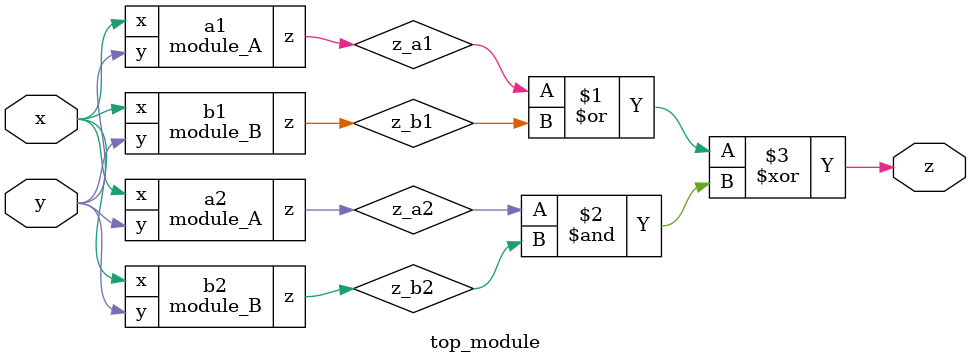
<source format=sv>
module module_A(
    input x,
    input y,
    output z
);
assign z = (x ^ y) & x;
endmodule
module module_B(
    input x,
    input y,
    output z
);
assign z = (x == 0 && y == 0) || (x == 1 && y == 1);
endmodule
module top_module(
    input x,
    input y,
    output z
);
wire z_a1, z_a2, z_b1, z_b2;

module_A a1(
    .x(x),
    .y(y),
    .z(z_a1)
);

module_A a2(
    .x(x),
    .y(y),
    .z(z_a2)
);

module_B b1(
    .x(x),
    .y(y),
    .z(z_b1)
);

module_B b2(
    .x(x),
    .y(y),
    .z(z_b2)
);

assign z = (z_a1 | z_b1) ^ (z_a2 & z_b2);
endmodule

</source>
